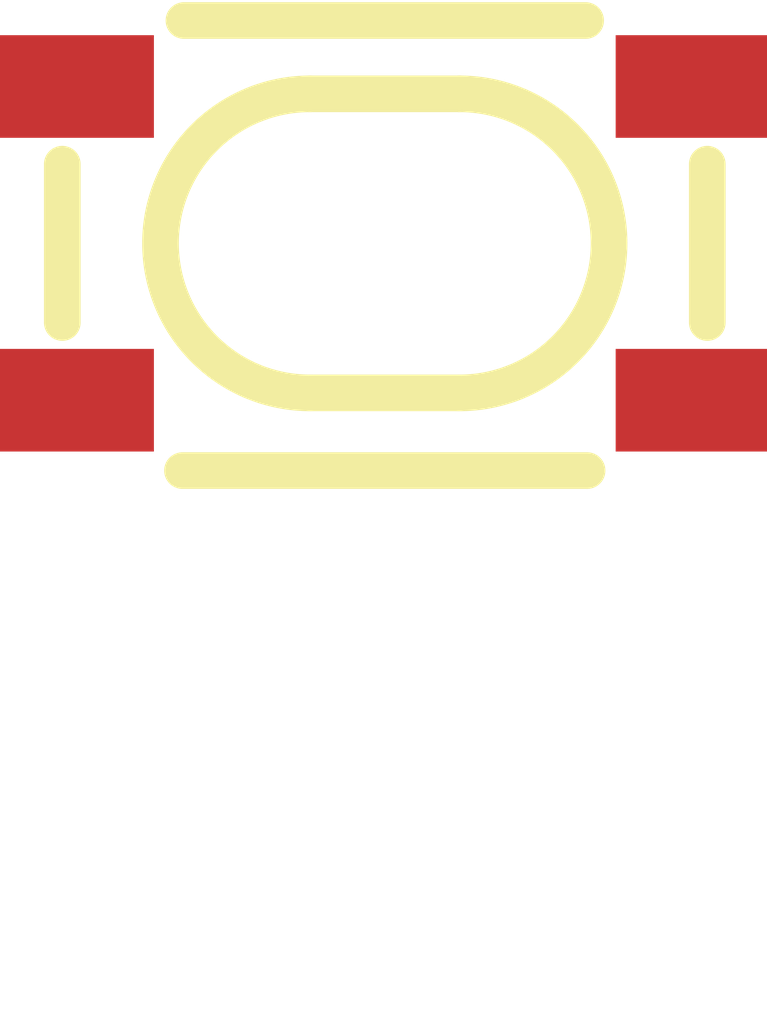
<source format=kicad_pcb>
(kicad_pcb (version 20241229) (generator "atopile") (generator_version "0.3.24")
  (layers (0 "F.Cu" signal) (31 "B.Cu" signal) (34 "B.Paste" user) (35 "F.Paste" user) (36 "B.SilkS" user "B.Silkscreen") (37 "F.SilkS" user "F.Silkscreen") (38 "B.Mask" user) (39 "F.Mask" user) (44 "Edge.Cuts" user))
  (net 0 "")
  (net 1 "output")
  (net 2 "input")
  (footprint "ALPSALPINE_SKRPACE010:KEY-SMD_4P-L4.2-W3.2-P2.20-LS4.6" (layer "F.Cu") (at 0 0 0)
    (property "Reference" "SW1" (hide yes))
    (property "Value" "")
    (fp_line (start -0.51 -1.02) (end 0.51 -1.02) (stroke (width 0.25)) (layer "F.SilkS"))
    (fp_line (start -0.51 1.02) (end 0.51 1.02) (stroke (width 0.25)) (layer "F.SilkS"))
    (fp_line (start 2.2 -0.54) (end 2.2 0.54) (stroke (width 0.25)) (layer "F.SilkS"))
    (fp_line (start 1.37 -1.52) (end -1.37 -1.52) (stroke (width 0.25)) (layer "F.SilkS"))
    (fp_line (start -2.2 -0.54) (end -2.2 0.54) (stroke (width 0.25)) (layer "F.SilkS"))
    (fp_line (start -1.38 1.55) (end 1.38 1.55) (stroke (width 0.25)) (layer "F.SilkS"))
    (fp_arc (start 0.51 1.02) (mid 1.53 6.245698675651501e-17) (end 0.5100000000000001 -1.02) (stroke (width 0.25)) (layer "F.SilkS"))
    (fp_arc (start -0.51 -1.02) (mid -1.53 -6.245698675651501e-17) (end -0.5100000000000001 1.02) (stroke (width 0.25)) (layer "F.SilkS"))
    (pad "1" smd rect (at -2.1 -1.07 0) (size 1.05 0.7) (layers "F.Cu" "F.Paste" "F.Mask") (net 2 "input"))
    (pad "2" smd rect (at 2.1 -1.07 0) (size 1.05 0.7) (layers "F.Cu" "F.Paste" "F.Mask") (net 2 "input"))
    (pad "3" smd rect (at -2.1 1.07 0) (size 1.05 0.7) (layers "F.Cu" "F.Paste" "F.Mask") (net 1 "output"))
    (pad "4" smd rect (at 2.1 1.07 0) (size 1.05 0.7) (layers "F.Cu" "F.Paste" "F.Mask") (net 1 "output"))
  )
)
</source>
